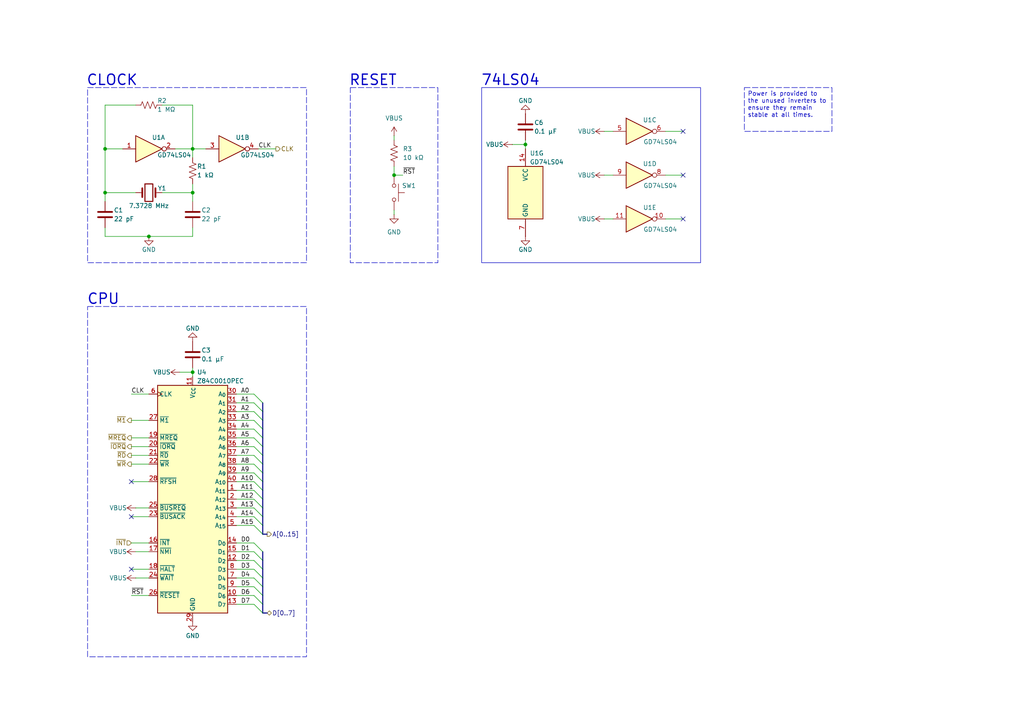
<source format=kicad_sch>
(kicad_sch (version 20250114) (generator "eeschema") (generator_version "9.0")
  (paper "A4")
  (lib_symbols
    (symbol "74xx:74LS04"
      (property "Reference" "U" (at 0 1.27 0))
      (property "Value" "74LS04" (at 0 -1.27 0))
      (symbol "74LS04_1_0"
        (polyline (pts (xy -3.81 3.81) (xy -3.81 -3.81) (xy 3.81 0) (xy -3.81 3.81)) (stroke (width 0.254)) (fill (type background)))
        (pin input line (at -7.62 0 0) (length 3.81) (name "~") (number "1"))
        (pin output inverted (at 7.62 0 180) (length 3.81) (name "~") (number "2"))
      )
      (symbol "74LS04_2_0"
        (polyline (pts (xy -3.81 3.81) (xy -3.81 -3.81) (xy 3.81 0) (xy -3.81 3.81)) (stroke (width 0.254)) (fill (type background)))
        (pin input line (at -7.62 0 0) (length 3.81) (name "~") (number "3"))
        (pin output inverted (at 7.62 0 180) (length 3.81) (name "~") (number "4"))
      )
      (symbol "74LS04_3_0"
        (polyline (pts (xy -3.81 3.81) (xy -3.81 -3.81) (xy 3.81 0) (xy -3.81 3.81)) (stroke (width 0.254)) (fill (type background)))
        (pin input line (at -7.62 0 0) (length 3.81) (name "~") (number "5"))
        (pin output inverted (at 7.62 0 180) (length 3.81) (name "~") (number "6"))
      )
      (symbol "74LS04_4_0"
        (polyline (pts (xy -3.81 3.81) (xy -3.81 -3.81) (xy 3.81 0) (xy -3.81 3.81)) (stroke (width 0.254)) (fill (type background)))
        (pin input line (at -7.62 0 0) (length 3.81) (name "~") (number "9"))
        (pin output inverted (at 7.62 0 180) (length 3.81) (name "~") (number "8"))
      )
      (symbol "74LS04_5_0"
        (polyline (pts (xy -3.81 3.81) (xy -3.81 -3.81) (xy 3.81 0) (xy -3.81 3.81)) (stroke (width 0.254)) (fill (type background)))
        (pin input line (at -7.62 0 0) (length 3.81) (name "~") (number "11"))
        (pin output inverted (at 7.62 0 180) (length 3.81) (name "~") (number "10"))
      )
      (symbol "74LS04_6_0"
        (polyline (pts (xy -3.81 3.81) (xy -3.81 -3.81) (xy 3.81 0) (xy -3.81 3.81)) (stroke (width 0.254)) (fill (type background)))
        (pin input line (at -7.62 0 0) (length 3.81) (name "~") (number "13"))
        (pin output inverted (at 7.62 0 180) (length 3.81) (name "~") (number "12"))
      )
      (symbol "74LS04_7_0"
        (pin power_in line (at 0 12.7 270) (length 5.08) (name "VCC") (number "14"))
        (pin power_in line (at 0 -12.7 90) (length 5.08) (name "GND") (number "7"))
      )
      (symbol "74LS04_7_1"
        (rectangle (start -5.08 7.62) (end 5.08 -7.62) (stroke (width 0.254)) (fill (type background)))
      )
    )
    (symbol "CPU:Z84C00xxP"
      (property "Reference" "U" (at -9.652 34.798 0))
      (property "Value" "Z84C00xxP" (at 3.81 34.798 0))
      (symbol "Z84C00xxP_0_1"
        (rectangle (start -10.16 33.02) (end 10.16 -33.02) (stroke (width 0.254)) (fill (type background)))
      )
      (symbol "Z84C00xxP_1_1"
        (pin input clock (at -12.7 30.48 0) (length 2.54) (name "CLK") (number "6"))
        (pin output line (at -12.7 22.86 0) (length 2.54) (name "~{M1}") (number "27"))
        (pin tri_state line (at -12.7 17.78 0) (length 2.54) (name "~{MREQ}") (number "19"))
        (pin tri_state line (at -12.7 15.24 0) (length 2.54) (name "~{IORQ}") (number "20"))
        (pin tri_state line (at -12.7 12.7 0) (length 2.54) (name "~{RD}") (number "21"))
        (pin tri_state line (at -12.7 10.16 0) (length 2.54) (name "~{WR}") (number "22"))
        (pin output line (at -12.7 5.08 0) (length 2.54) (name "~{RFSH}") (number "28"))
        (pin input line (at -12.7 -2.54 0) (length 2.54) (name "~{BUSREQ}") (number "25"))
        (pin output line (at -12.7 -5.08 0) (length 2.54) (name "~{BUSACK}") (number "23"))
        (pin input line (at -12.7 -12.7 0) (length 2.54) (name "~{INT}") (number "16"))
        (pin input line (at -12.7 -15.24 0) (length 2.54) (name "~{NMI}") (number "17"))
        (pin output line (at -12.7 -20.32 0) (length 2.54) (name "~{HALT}") (number "18"))
        (pin input line (at -12.7 -22.86 0) (length 2.54) (name "~{WAIT}") (number "24"))
        (pin input line (at -12.7 -27.94 0) (length 2.54) (name "~{RESET}") (number "26"))
        (pin power_in line (at 0 35.56 270) (length 2.54) (name "V_{CC}") (number "11"))
        (pin power_in line (at 0 -35.56 90) (length 2.54) (name "GND") (number "29"))
        (pin tri_state line (at 12.7 30.48 180) (length 2.54) (name "A_{0}") (number "30"))
        (pin tri_state line (at 12.7 27.94 180) (length 2.54) (name "A_{1}") (number "31"))
        (pin tri_state line (at 12.7 25.4 180) (length 2.54) (name "A_{2}") (number "32"))
        (pin tri_state line (at 12.7 22.86 180) (length 2.54) (name "A_{3}") (number "33"))
        (pin tri_state line (at 12.7 20.32 180) (length 2.54) (name "A_{4}") (number "34"))
        (pin tri_state line (at 12.7 17.78 180) (length 2.54) (name "A_{5}") (number "35"))
        (pin tri_state line (at 12.7 15.24 180) (length 2.54) (name "A_{6}") (number "36"))
        (pin tri_state line (at 12.7 12.7 180) (length 2.54) (name "A_{7}") (number "37"))
        (pin tri_state line (at 12.7 10.16 180) (length 2.54) (name "A_{8}") (number "38"))
        (pin tri_state line (at 12.7 7.62 180) (length 2.54) (name "A_{9}") (number "39"))
        (pin tri_state line (at 12.7 5.08 180) (length 2.54) (name "A_{10}") (number "40"))
        (pin tri_state line (at 12.7 2.54 180) (length 2.54) (name "A_{11}") (number "1"))
        (pin tri_state line (at 12.7 0 180) (length 2.54) (name "A_{12}") (number "2"))
        (pin tri_state line (at 12.7 -2.54 180) (length 2.54) (name "A_{13}") (number "3"))
        (pin tri_state line (at 12.7 -5.08 180) (length 2.54) (name "A_{14}") (number "4"))
        (pin tri_state line (at 12.7 -7.62 180) (length 2.54) (name "A_{15}") (number "5"))
        (pin bidirectional line (at 12.7 -12.7 180) (length 2.54) (name "D_{0}") (number "14"))
        (pin bidirectional line (at 12.7 -15.24 180) (length 2.54) (name "D_{1}") (number "15"))
        (pin bidirectional line (at 12.7 -17.78 180) (length 2.54) (name "D_{2}") (number "12"))
        (pin bidirectional line (at 12.7 -20.32 180) (length 2.54) (name "D_{3}") (number "8"))
        (pin bidirectional line (at 12.7 -22.86 180) (length 2.54) (name "D_{4}") (number "7"))
        (pin bidirectional line (at 12.7 -25.4 180) (length 2.54) (name "D_{5}") (number "9"))
        (pin bidirectional line (at 12.7 -27.94 180) (length 2.54) (name "D_{6}") (number "10"))
        (pin bidirectional line (at 12.7 -30.48 180) (length 2.54) (name "D_{7}") (number "13"))
      )
    )
    (symbol "Device:C" (pin_numbers (hide yes)) (pin_names (offset 0.254))
      (property "Reference" "C" (at 0.635 2.54 0))
      (property "Value" "C" (at 0.635 -2.54 0))
      (symbol "C_0_1"
        (polyline (pts (xy -2.032 0.762) (xy 2.032 0.762)) (stroke (width 0.508)))
        (polyline (pts (xy -2.032 -0.762) (xy 2.032 -0.762)) (stroke (width 0.508)))
      )
      (symbol "C_1_1"
        (pin passive line (at 0 3.81 270) (length 2.794) (name "~") (number "1"))
        (pin passive line (at 0 -3.81 90) (length 2.794) (name "~") (number "2"))
      )
    )
    (symbol "Device:Crystal" (pin_numbers (hide yes)) (pin_names (offset 1.016) (hide yes))
      (property "Reference" "Y" (at 0 3.81 0))
      (property "Value" "Crystal" (at 0 -3.81 0))
      (symbol "Crystal_0_1"
        (polyline (pts (xy -2.54 0) (xy -1.905 0)))
        (polyline (pts (xy -1.905 -1.27) (xy -1.905 1.27)) (stroke (width 0.508)))
        (rectangle (start -1.143 2.54) (end 1.143 -2.54) (stroke (width 0.3048)))
        (polyline (pts (xy 1.905 -1.27) (xy 1.905 1.27)) (stroke (width 0.508)))
        (polyline (pts (xy 2.54 0) (xy 1.905 0)))
      )
      (symbol "Crystal_1_1"
        (pin passive line (at -3.81 0 0) (length 1.27) (name "1") (number "1"))
        (pin passive line (at 3.81 0 180) (length 1.27) (name "2") (number "2"))
      )
    )
    (symbol "Device:R_US" (pin_numbers (hide yes)) (pin_names (offset 0))
      (property "Reference" "R" (at 2.54 0 90))
      (property "Value" "R_US" (at -2.54 0 90))
      (symbol "R_US_0_1"
        (polyline (pts (xy 0 2.286) (xy 0 2.54)))
        (polyline (pts (xy 0 2.286) (xy 1.016 1.905) (xy 0 1.524) (xy -1.016 1.143) (xy 0 0.762)))
        (polyline (pts (xy 0 0.762) (xy 1.016 0.381) (xy 0 0) (xy -1.016 -0.381) (xy 0 -0.762)))
        (polyline (pts (xy 0 -0.762) (xy 1.016 -1.143) (xy 0 -1.524) (xy -1.016 -1.905) (xy 0 -2.286)))
        (polyline (pts (xy 0 -2.286) (xy 0 -2.54)))
      )
      (symbol "R_US_1_1"
        (pin passive line (at 0 3.81 270) (length 1.27) (name "~") (number "1"))
        (pin passive line (at 0 -3.81 90) (length 1.27) (name "~") (number "2"))
      )
    )
    (symbol "Switch:SW_Push" (pin_numbers (hide yes)) (pin_names (offset 1.016) (hide yes))
      (property "Reference" "SW" (at 1.27 2.54 0))
      (property "Value" "SW_Push" (at 0 -1.524 0))
      (symbol "SW_Push_0_1"
        (circle (center -2.032 0) (radius 0.508))
        (polyline (pts (xy 0 1.27) (xy 0 3.048)))
        (circle (center 2.032 0) (radius 0.508))
        (polyline (pts (xy 2.54 1.27) (xy -2.54 1.27)))
        (pin passive line (at -5.08 0 0) (length 2.54) (name "1") (number "1"))
        (pin passive line (at 5.08 0 180) (length 2.54) (name "2") (number "2"))
      )
    )
    (symbol "power:GND" (power) (pin_numbers (hide yes)) (pin_names (offset 0) (hide yes))
      (property "Value" "GND" (at 0 -3.81 0))
      (symbol "GND_0_1"
        (polyline (pts (xy 0 0) (xy 0 -1.27) (xy 1.27 -1.27) (xy 0 -2.54) (xy -1.27 -1.27) (xy 0 -1.27)))
      )
      (symbol "GND_1_1"
        (pin power_in line (at 0 0 270) (length 0) (name "~") (number "1"))
      )
    )
    (symbol "power:VBUS" (power) (pin_numbers (hide yes)) (pin_names (offset 0) (hide yes))
      (property "Value" "VBUS" (at 0 3.556 0))
      (symbol "VBUS_0_1"
        (polyline (pts (xy -0.762 1.27) (xy 0 2.54)))
        (polyline (pts (xy 0 2.54) (xy 0.762 1.27)))
        (polyline (pts (xy 0 0) (xy 0 2.54)))
      )
      (symbol "VBUS_1_1"
        (pin power_in line (at 0 0 90) (length 0) (name "~") (number "1"))
      )
    )
  )
  (rectangle (start 101.6 25.4) (end 127 76.2) (stroke (width 0) (type dash)))
  (rectangle (start 25.4 25.4) (end 88.9 76.2) (stroke (width 0) (type dash)))
  (rectangle (start 139.7 25.4) (end 203.2 76.2))
  (rectangle (start 25.4 88.9) (end 88.9 190.5) (stroke (width 0) (type dash)))
  (text "74LS04" (at 148.082 23.368 0) (effects (font (size 3 3) (thickness 0.375))))
  (text "CLOCK" (at 32.512 23.368 0) (effects (font (size 3 3) (thickness 0.375))))
  (text "CPU" (at 29.972 86.868 0) (effects (font (size 3 3) (thickness 0.375))))
  (text "RESET" (at 108.204 23.368 0) (effects (font (size 3 3) (thickness 0.375))))
  (text_box "Power is provided to the unused inverters to ensure they remain stable at all times." (at 215.9 25.4 0) (size 25.4 12.7) (margins 0.9525 0.9525 0.9525 0.9525) (stroke (width 0) (type dash)) (effects (font (size 1.27 1.27)) (justify left top)))
  (junction (at 152.4 41.91))
  (junction (at 55.88 55.88))
  (junction (at 43.18 68.58))
  (junction (at 30.48 55.88))
  (junction (at 55.88 43.18))
  (junction (at 30.48 43.18))
  (junction (at 55.88 107.95))
  (junction (at 114.3 50.8))
  (no_connect (at 198.12 63.5))
  (no_connect (at 198.12 50.8))
  (no_connect (at 38.1 139.7))
  (no_connect (at 198.12 38.1))
  (no_connect (at 38.1 149.86))
  (no_connect (at 38.1 165.1))
  (bus_entry (at 73.66 175.26) (size 2.54 2.54))
  (bus_entry (at 73.66 157.48) (size 2.54 2.54))
  (bus_entry (at 73.66 142.24) (size 2.54 2.54))
  (bus_entry (at 73.66 144.78) (size 2.54 2.54))
  (bus_entry (at 73.66 165.1) (size 2.54 2.54))
  (bus_entry (at 73.66 121.92) (size 2.54 2.54))
  (bus_entry (at 73.66 152.4) (size 2.54 2.54))
  (bus_entry (at 73.66 129.54) (size 2.54 2.54))
  (bus_entry (at 73.66 149.86) (size 2.54 2.54))
  (bus_entry (at 73.66 162.56) (size 2.54 2.54))
  (bus_entry (at 73.66 167.64) (size 2.54 2.54))
  (bus_entry (at 73.66 172.72) (size 2.54 2.54))
  (bus_entry (at 73.66 134.62) (size 2.54 2.54))
  (bus_entry (at 73.66 170.18) (size 2.54 2.54))
  (bus_entry (at 73.66 139.7) (size 2.54 2.54))
  (bus_entry (at 73.66 160.02) (size 2.54 2.54))
  (bus_entry (at 73.66 147.32) (size 2.54 2.54))
  (bus_entry (at 73.66 114.3) (size 2.54 2.54))
  (bus_entry (at 73.66 132.08) (size 2.54 2.54))
  (bus_entry (at 73.66 137.16) (size 2.54 2.54))
  (bus_entry (at 73.66 127) (size 2.54 2.54))
  (bus_entry (at 73.66 124.46) (size 2.54 2.54))
  (bus_entry (at 73.66 116.84) (size 2.54 2.54))
  (bus_entry (at 73.66 119.38) (size 2.54 2.54))
  (wire (pts (xy 55.88 53.34) (xy 55.88 55.88)))
  (wire (pts (xy 68.58 142.24) (xy 73.66 142.24)))
  (bus (pts (xy 76.2 149.86) (xy 76.2 152.4)))
  (wire (pts (xy 30.48 30.48) (xy 30.48 43.18)))
  (wire (pts (xy 193.04 63.5) (xy 198.12 63.5)))
  (wire (pts (xy 68.58 172.72) (xy 73.66 172.72)))
  (bus (pts (xy 76.2 142.24) (xy 76.2 144.78)))
  (wire (pts (xy 38.1 157.48) (xy 43.18 157.48)))
  (wire (pts (xy 68.58 127) (xy 73.66 127)))
  (wire (pts (xy 68.58 160.02) (xy 73.66 160.02)))
  (wire (pts (xy 74.93 43.18) (xy 80.01 43.18)))
  (bus (pts (xy 76.2 121.92) (xy 76.2 124.46)))
  (wire (pts (xy 68.58 134.62) (xy 73.66 134.62)))
  (wire (pts (xy 39.37 160.02) (xy 43.18 160.02)))
  (wire (pts (xy 68.58 170.18) (xy 73.66 170.18)))
  (wire (pts (xy 30.48 68.58) (xy 43.18 68.58)))
  (wire (pts (xy 39.37 147.32) (xy 43.18 147.32)))
  (bus (pts (xy 76.2 139.7) (xy 76.2 142.24)))
  (wire (pts (xy 55.88 43.18) (xy 59.69 43.18)))
  (wire (pts (xy 68.58 175.26) (xy 73.66 175.26)))
  (wire (pts (xy 55.88 107.95) (xy 55.88 109.22)))
  (wire (pts (xy 55.88 55.88) (xy 55.88 58.42)))
  (bus (pts (xy 77.47 177.8) (xy 76.2 177.8)))
  (wire (pts (xy 38.1 127) (xy 43.18 127)))
  (bus (pts (xy 77.47 154.94) (xy 76.2 154.94)))
  (wire (pts (xy 114.3 39.37) (xy 114.3 40.64)))
  (bus (pts (xy 76.2 162.56) (xy 76.2 165.1)))
  (wire (pts (xy 38.1 165.1) (xy 43.18 165.1)))
  (wire (pts (xy 193.04 50.8) (xy 198.12 50.8)))
  (wire (pts (xy 35.56 43.18) (xy 30.48 43.18)))
  (wire (pts (xy 38.1 139.7) (xy 43.18 139.7)))
  (wire (pts (xy 68.58 162.56) (xy 73.66 162.56)))
  (wire (pts (xy 55.88 106.68) (xy 55.88 107.95)))
  (bus (pts (xy 76.2 127) (xy 76.2 129.54)))
  (wire (pts (xy 38.1 114.3) (xy 43.18 114.3)))
  (wire (pts (xy 38.1 172.72) (xy 43.18 172.72)))
  (wire (pts (xy 152.4 41.91) (xy 152.4 43.18)))
  (wire (pts (xy 39.37 167.64) (xy 43.18 167.64)))
  (bus (pts (xy 76.2 170.18) (xy 76.2 172.72)))
  (wire (pts (xy 68.58 144.78) (xy 73.66 144.78)))
  (wire (pts (xy 30.48 55.88) (xy 30.48 58.42)))
  (wire (pts (xy 52.07 107.95) (xy 55.88 107.95)))
  (wire (pts (xy 50.8 43.18) (xy 55.88 43.18)))
  (wire (pts (xy 46.99 55.88) (xy 55.88 55.88)))
  (wire (pts (xy 152.4 40.64) (xy 152.4 41.91)))
  (wire (pts (xy 68.58 147.32) (xy 73.66 147.32)))
  (bus (pts (xy 76.2 132.08) (xy 76.2 134.62)))
  (wire (pts (xy 68.58 157.48) (xy 73.66 157.48)))
  (wire (pts (xy 148.59 41.91) (xy 152.4 41.91)))
  (wire (pts (xy 30.48 43.18) (xy 30.48 55.88)))
  (bus (pts (xy 76.2 119.38) (xy 76.2 121.92)))
  (wire (pts (xy 38.1 121.92) (xy 43.18 121.92)))
  (wire (pts (xy 68.58 165.1) (xy 73.66 165.1)))
  (wire (pts (xy 68.58 139.7) (xy 73.66 139.7)))
  (wire (pts (xy 68.58 152.4) (xy 73.66 152.4)))
  (wire (pts (xy 68.58 129.54) (xy 73.66 129.54)))
  (wire (pts (xy 68.58 137.16) (xy 73.66 137.16)))
  (wire (pts (xy 193.04 38.1) (xy 198.12 38.1)))
  (wire (pts (xy 39.37 55.88) (xy 30.48 55.88)))
  (wire (pts (xy 175.26 38.1) (xy 177.8 38.1)))
  (wire (pts (xy 68.58 124.46) (xy 73.66 124.46)))
  (wire (pts (xy 55.88 43.18) (xy 55.88 45.72)))
  (wire (pts (xy 38.1 149.86) (xy 43.18 149.86)))
  (bus (pts (xy 76.2 165.1) (xy 76.2 167.64)))
  (wire (pts (xy 38.1 132.08) (xy 43.18 132.08)))
  (wire (pts (xy 39.37 30.48) (xy 30.48 30.48)))
  (wire (pts (xy 68.58 149.86) (xy 73.66 149.86)))
  (bus (pts (xy 76.2 144.78) (xy 76.2 147.32)))
  (wire (pts (xy 68.58 119.38) (xy 73.66 119.38)))
  (wire (pts (xy 175.26 63.5) (xy 177.8 63.5)))
  (wire (pts (xy 114.3 48.26) (xy 114.3 50.8)))
  (wire (pts (xy 68.58 114.3) (xy 73.66 114.3)))
  (wire (pts (xy 46.99 30.48) (xy 55.88 30.48)))
  (bus (pts (xy 76.2 172.72) (xy 76.2 175.26)))
  (wire (pts (xy 55.88 68.58) (xy 55.88 66.04)))
  (bus (pts (xy 76.2 160.02) (xy 76.2 162.56)))
  (bus (pts (xy 76.2 167.64) (xy 76.2 170.18)))
  (bus (pts (xy 76.2 134.62) (xy 76.2 137.16)))
  (wire (pts (xy 55.88 30.48) (xy 55.88 43.18)))
  (wire (pts (xy 38.1 129.54) (xy 43.18 129.54)))
  (wire (pts (xy 68.58 121.92) (xy 73.66 121.92)))
  (bus (pts (xy 76.2 175.26) (xy 76.2 177.8)))
  (wire (pts (xy 68.58 132.08) (xy 73.66 132.08)))
  (bus (pts (xy 76.2 124.46) (xy 76.2 127)))
  (bus (pts (xy 76.2 137.16) (xy 76.2 139.7)))
  (wire (pts (xy 175.26 50.8) (xy 177.8 50.8)))
  (bus (pts (xy 76.2 116.84) (xy 76.2 119.38)))
  (bus (pts (xy 76.2 129.54) (xy 76.2 132.08)))
  (bus (pts (xy 76.2 147.32) (xy 76.2 149.86)))
  (wire (pts (xy 68.58 116.84) (xy 73.66 116.84)))
  (wire (pts (xy 114.3 60.96) (xy 114.3 62.23)))
  (wire (pts (xy 43.18 68.58) (xy 55.88 68.58)))
  (bus (pts (xy 76.2 152.4) (xy 76.2 154.94)))
  (wire (pts (xy 68.58 167.64) (xy 73.66 167.64)))
  (wire (pts (xy 38.1 134.62) (xy 43.18 134.62)))
  (wire (pts (xy 30.48 66.04) (xy 30.48 68.58)))
  (wire (pts (xy 114.3 50.8) (xy 116.84 50.8)))
  (label "~{RST}" (at 38.1 172.72 0))
  (label "CLK" (at 74.93 43.18 0))
  (label "CLK" (at 38.1 114.3 0))
  (label "~{RST}" (at 116.84 50.8 0))
  (label "D4" (at 69.85 167.64 0))
  (label "D5" (at 69.85 170.18 0))
  (label "D3" (at 69.85 165.1 0))
  (label "D6" (at 69.85 172.72 0))
  (label "D7" (at 69.85 175.26 0))
  (label "D1" (at 69.85 160.02 0))
  (label "D0" (at 69.85 157.48 0))
  (label "D2" (at 69.85 162.56 0))
  (label "A13" (at 69.85 147.32 0))
  (label "A11" (at 69.85 142.24 0))
  (label "A10" (at 69.85 139.7 0))
  (label "A5" (at 69.85 127 0))
  (label "A12" (at 69.85 144.78 0))
  (label "A9" (at 69.85 137.16 0))
  (label "A4" (at 69.85 124.46 0))
  (label "A8" (at 69.85 134.62 0))
  (label "A7" (at 69.85 132.08 0))
  (label "A3" (at 69.85 121.92 0))
  (label "A2" (at 69.85 119.38 0))
  (label "A1" (at 69.85 116.84 0))
  (label "A0" (at 69.85 114.3 0))
  (label "A6" (at 69.85 129.54 0))
  (label "A15" (at 69.85 152.4 0))
  (label "A14" (at 69.85 149.86 0))
  (hierarchical_label "D[0..7]" (shape bidirectional) (at 77.47 177.8 0))
  (hierarchical_label "~{M1}" (shape output) (at 38.1 121.92 180))
  (hierarchical_label "~{IORQ}" (shape output) (at 38.1 129.54 180))
  (hierarchical_label "~{RD}" (shape output) (at 38.1 132.08 180))
  (hierarchical_label "~{WR}" (shape output) (at 38.1 134.62 180))
  (hierarchical_label "~{MREQ}" (shape output) (at 38.1 127 180))
  (hierarchical_label "A[0..15]" (shape output) (at 77.47 154.94 0))
  (hierarchical_label "~{INT}" (shape input) (at 38.1 157.48 180))
  (hierarchical_label "CLK" (shape output) (at 80.01 43.18 0))
  (symbol (lib_id "power:VBUS") (at 39.37 147.32 90) (unit 1)
    (property "Reference" "#PWR030" (effects (hide yes)))
    (property "Value" "VBUS" (at 36.83 147.32 90) (effects (justify left)))
    (property "Description" "Power symbol creates a global label with name \"VBUS\"" (effects (hide yes)))
  )
  (symbol (lib_id "power:GND") (at 152.4 33.02 180) (unit 1)
    (property "Reference" "#PWR08" (effects (hide yes)))
    (property "Value" "GND" (at 152.4 29.21 0))
    (property "Description" "Power symbol creates a global label with name \"GND\" , ground" (effects (hide yes)))
  )
  (symbol (lib_id "CPU:Z84C00xxP") (at 55.88 144.78 0) (unit 1)
    (property "Reference" "U4" (at 57.15 107.95 0) (effects (justify left)))
    (property "Value" "Z84C0010PEC" (at 57.15 110.49 0) (effects (justify left)))
    (property "Footprint" "Package_DIP:DIP-40_W15.24mm_Socket_LongPads" (effects (hide yes)))
    (property "Datasheet" "https://archive.org/details/zilog-z-8400" (effects (hide yes)))
    (property "Description" "8-bit General Purpose Microprocessor, 8-bit data bus, 16-bit address bus, up to 10 MHz, CMOS version, DIP-40 (600 mil)" (effects (hide yes)))
  )
  (symbol (lib_id "power:VBUS") (at 148.59 41.91 90) (unit 1)
    (property "Reference" "#PWR07" (effects (hide yes)))
    (property "Value" "VBUS" (at 146.05 41.91 90) (effects (justify left)))
    (property "Description" "Power symbol creates a global label with name \"VBUS\"" (effects (hide yes)))
  )
  (symbol (lib_id "74xx:74LS04") (at 185.42 38.1 0) (unit 3)
    (property "Reference" "U1" (at 188.468 34.798 0))
    (property "Value" "GD74LS04" (at 191.516 41.148 0))
    (property "Footprint" "Package_DIP:DIP-14_W7.62mm_Socket_LongPads" (effects (hide yes)))
    (property "Datasheet" "http://www.ti.com/lit/gpn/sn74LS04" (effects (hide yes)))
    (property "Description" "Hex Inverter" (effects (hide yes)))
  )
  (symbol (lib_id "power:VBUS") (at 39.37 167.64 90) (unit 1)
    (property "Reference" "#PWR031" (effects (hide yes)))
    (property "Value" "VBUS" (at 36.83 167.64 90) (effects (justify left)))
    (property "Description" "Power symbol creates a global label with name \"VBUS\"" (effects (hide yes)))
  )
  (symbol (lib_id "power:VBUS") (at 175.26 38.1 90) (unit 1)
    (property "Reference" "#PWR027" (effects (hide yes)))
    (property "Value" "VBUS" (at 172.72 38.1 90) (effects (justify left)))
    (property "Description" "Power symbol creates a global label with name \"VBUS\"" (effects (hide yes)))
  )
  (symbol (lib_id "power:VBUS") (at 52.07 107.95 90) (unit 1)
    (property "Reference" "#PWR01" (effects (hide yes)))
    (property "Value" "VBUS" (at 49.53 107.95 90) (effects (justify left)))
    (property "Description" "Power symbol creates a global label with name \"VBUS\"" (effects (hide yes)))
  )
  (symbol (lib_id "power:VBUS") (at 114.3 39.37 0) (unit 1)
    (property "Reference" "#PWR018" (effects (hide yes)))
    (property "Value" "VBUS" (at 114.3 34.29 0))
    (property "Description" "Power symbol creates a global label with name \"VBUS\"" (effects (hide yes)))
  )
  (symbol (lib_id "power:GND") (at 55.88 99.06 180) (unit 1)
    (property "Reference" "#PWR02" (effects (hide yes)))
    (property "Value" "GND" (at 55.88 95.25 0))
    (property "Description" "Power symbol creates a global label with name \"GND\" , ground" (effects (hide yes)))
  )
  (symbol (lib_id "Device:R_US") (at 114.3 44.45 0) (unit 1)
    (property "Reference" "R3" (at 116.84 43.1799 0) (effects (justify left)))
    (property "Value" "10 kΩ" (at 116.84 45.7199 0) (effects (justify left)))
    (property "Footprint" "Resistor_THT:R_Axial_DIN0207_L6.3mm_D2.5mm_P7.62mm_Horizontal" (effects (hide yes)))
    (property "Description" "Resistor, US symbol" (effects (hide yes)))
  )
  (symbol (lib_id "Device:Crystal") (at 43.18 55.88 0) (unit 1)
    (property "Reference" "Y1" (at 46.99 54.61 0))
    (property "Value" "7.3728 MHz" (at 43.18 59.69 0))
    (property "Footprint" "Crystal:Crystal_HC49-4H_Vertical" (effects (hide yes)))
    (property "Description" "Two pin crystal" (effects (hide yes)))
  )
  (symbol (lib_id "74xx:74LS04") (at 43.18 43.18 0) (unit 1)
    (property "Reference" "U1" (at 45.974 39.878 0))
    (property "Value" "GD74LS04" (at 50.546 44.958 0))
    (property "Footprint" "Package_DIP:DIP-14_W7.62mm_Socket_LongPads" (effects (hide yes)))
    (property "Datasheet" "http://www.ti.com/lit/gpn/sn74LS04" (effects (hide yes)))
    (property "Description" "Hex Inverter" (effects (hide yes)))
  )
  (symbol (lib_id "Device:C") (at 55.88 62.23 0) (unit 1)
    (property "Reference" "C2" (at 58.42 60.96 0) (effects (justify left)))
    (property "Value" "22 pF" (at 58.42 63.5 0) (effects (justify left)))
    (property "Footprint" "Capacitor_THT:C_Disc_D5.0mm_W2.5mm_P5.00mm" (effects (hide yes)))
    (property "Description" "Unpolarized capacitor" (effects (hide yes)))
  )
  (symbol (lib_id "power:GND") (at 55.88 180.34 0) (unit 1)
    (property "Reference" "#PWR026" (effects (hide yes)))
    (property "Value" "GND" (at 55.88 184.404 0))
    (property "Description" "Power symbol creates a global label with name \"GND\" , ground" (effects (hide yes)))
  )
  (symbol (lib_id "74xx:74LS04") (at 67.31 43.18 0) (unit 2)
    (property "Reference" "U1" (at 70.358 39.878 0))
    (property "Value" "GD74LS04" (at 74.676 44.958 0))
    (property "Footprint" "Package_DIP:DIP-14_W7.62mm_Socket_LongPads" (effects (hide yes)))
    (property "Datasheet" "http://www.ti.com/lit/gpn/sn74LS04" (effects (hide yes)))
    (property "Description" "Hex Inverter" (effects (hide yes)))
  )
  (symbol (lib_id "74xx:74LS04") (at 152.4 55.88 0) (unit 7)
    (property "Reference" "U1" (at 153.67 44.45 0) (effects (justify left)))
    (property "Value" "GD74LS04" (at 153.67 46.99 0) (effects (justify left)))
    (property "Footprint" "Package_DIP:DIP-14_W7.62mm_Socket_LongPads" (effects (hide yes)))
    (property "Datasheet" "http://www.ti.com/lit/gpn/sn74LS04" (effects (hide yes)))
    (property "Description" "Hex Inverter" (effects (hide yes)))
  )
  (symbol (lib_id "Switch:SW_Push") (at 114.3 55.88 270) (unit 1)
    (property "Reference" "SW1" (at 118.618 53.848 90))
    (property "Value" "SW_Push" (effects (hide yes)))
    (property "Footprint" "Button_Switch_THT:SW_PUSH_6mm" (effects (hide yes)))
    (property "Description" "Push button switch, generic, two pins" (effects (hide yes)))
  )
  (symbol (lib_id "Device:R_US") (at 55.88 49.53 0) (unit 1)
    (property "Reference" "R1" (at 57.15 48.26 0) (effects (justify left)))
    (property "Value" "1 kΩ" (at 57.15 50.8 0) (effects (justify left)))
    (property "Footprint" "Resistor_THT:R_Axial_DIN0207_L6.3mm_D2.5mm_P7.62mm_Horizontal" (effects (hide yes)))
    (property "Description" "Resistor, US symbol" (effects (hide yes)))
  )
  (symbol (lib_id "power:VBUS") (at 39.37 160.02 90) (unit 1)
    (property "Reference" "#PWR032" (effects (hide yes)))
    (property "Value" "VBUS" (at 36.83 160.02 90) (effects (justify left)))
    (property "Description" "Power symbol creates a global label with name \"VBUS\"" (effects (hide yes)))
  )
  (symbol (lib_id "power:GND") (at 43.18 68.58 0) (unit 1)
    (property "Reference" "#PWR016" (effects (hide yes)))
    (property "Value" "GND" (at 43.18 72.39 0))
    (property "Description" "Power symbol creates a global label with name \"GND\" , ground" (effects (hide yes)))
  )
  (symbol (lib_id "Device:C") (at 30.48 62.23 0) (unit 1)
    (property "Reference" "C1" (at 33.02 60.96 0) (effects (justify left)))
    (property "Value" "22 pF" (at 33.02 63.5 0) (effects (justify left)))
    (property "Footprint" "Capacitor_THT:C_Disc_D5.0mm_W2.5mm_P5.00mm" (effects (hide yes)))
    (property "Description" "Unpolarized capacitor" (effects (hide yes)))
  )
  (symbol (lib_id "Device:C") (at 152.4 36.83 0) (unit 1)
    (property "Reference" "C6" (at 154.94 35.56 0) (effects (justify left)))
    (property "Value" "0.1 µF" (at 154.94 38.1 0) (effects (justify left)))
    (property "Footprint" "Capacitor_THT:C_Disc_D5.0mm_W2.5mm_P5.00mm" (effects (hide yes)))
    (property "Description" "Unpolarized capacitor" (effects (hide yes)))
  )
  (symbol (lib_id "power:GND") (at 114.3 62.23 0) (unit 1)
    (property "Reference" "#PWR017" (effects (hide yes)))
    (property "Value" "GND" (at 114.3 67.31 0))
    (property "Description" "Power symbol creates a global label with name \"GND\" , ground" (effects (hide yes)))
  )
  (symbol (lib_id "74xx:74LS04") (at 185.42 50.8 0) (unit 4)
    (property "Reference" "U1" (at 188.468 47.498 0))
    (property "Value" "GD74LS04" (at 191.516 53.848 0))
    (property "Footprint" "Package_DIP:DIP-14_W7.62mm_Socket_LongPads" (effects (hide yes)))
    (property "Datasheet" "http://www.ti.com/lit/gpn/sn74LS04" (effects (hide yes)))
    (property "Description" "Hex Inverter" (effects (hide yes)))
  )
  (symbol (lib_id "power:VBUS") (at 175.26 63.5 90) (unit 1)
    (property "Reference" "#PWR029" (effects (hide yes)))
    (property "Value" "VBUS" (at 172.72 63.5 90) (effects (justify left)))
    (property "Description" "Power symbol creates a global label with name \"VBUS\"" (effects (hide yes)))
  )
  (symbol (lib_id "power:GND") (at 152.4 68.58 0) (unit 1)
    (property "Reference" "#PWR019" (effects (hide yes)))
    (property "Value" "GND" (at 152.4 72.39 0))
    (property "Description" "Power symbol creates a global label with name \"GND\" , ground" (effects (hide yes)))
  )
  (symbol (lib_id "Device:R_US") (at 43.18 30.48 90) (unit 1)
    (property "Reference" "R2" (at 46.99 29.21 90))
    (property "Value" "1 MΩ" (at 48.26 31.75 90))
    (property "Footprint" "Resistor_THT:R_Axial_DIN0207_L6.3mm_D2.5mm_P7.62mm_Horizontal" (effects (hide yes)))
    (property "Description" "Resistor, US symbol" (effects (hide yes)))
  )
  (symbol (lib_id "Device:C") (at 55.88 102.87 0) (unit 1)
    (property "Reference" "C3" (at 58.42 101.6 0) (effects (justify left)))
    (property "Value" "0.1 µF" (at 58.42 104.14 0) (effects (justify left)))
    (property "Footprint" "Capacitor_THT:C_Disc_D5.0mm_W2.5mm_P5.00mm" (effects (hide yes)))
    (property "Description" "Unpolarized capacitor" (effects (hide yes)))
  )
  (symbol (lib_id "power:VBUS") (at 175.26 50.8 90) (unit 1)
    (property "Reference" "#PWR028" (effects (hide yes)))
    (property "Value" "VBUS" (at 172.72 50.8 90) (effects (justify left)))
    (property "Description" "Power symbol creates a global label with name \"VBUS\"" (effects (hide yes)))
  )
  (symbol (lib_id "74xx:74LS04") (at 185.42 63.5 0) (unit 5)
    (property "Reference" "U1" (at 188.468 60.198 0))
    (property "Value" "GD74LS04" (at 191.516 66.548 0))
    (property "Footprint" "Package_DIP:DIP-14_W7.62mm_Socket_LongPads" (effects (hide yes)))
    (property "Datasheet" "http://www.ti.com/lit/gpn/sn74LS04" (effects (hide yes)))
    (property "Description" "Hex Inverter" (effects (hide yes)))
  )
)
</source>
